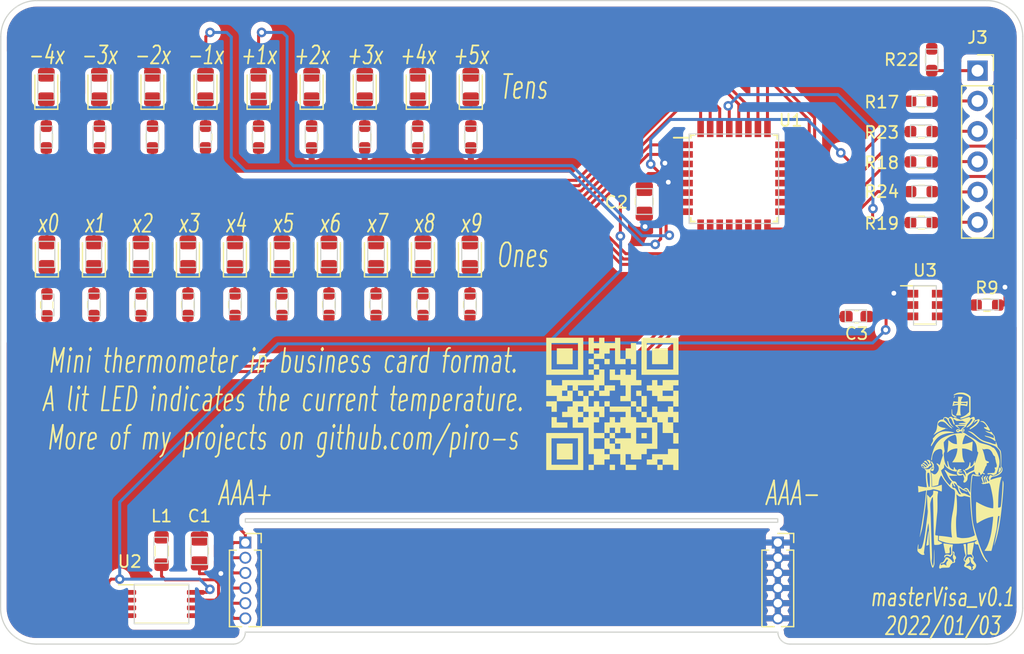
<source format=kicad_pcb>
(kicad_pcb (version 20211014) (generator pcbnew)
  (title_block (title "masterVisa") (date "2022-01-02") (rev "v0.1") (company "piro.tex"))
  (layers (0 "F.Cu" signal) (31 "B.Cu" signal) (34 "B.Paste" user) (35 "F.Paste" user) (36 "B.SilkS" user "B.Silkscreen") (37 "F.SilkS" user "F.Silkscreen") (38 "B.Mask" user) (39 "F.Mask" user) (44 "Edge.Cuts" user))
  (net 0 "")
  (net 1 "Net-(C1-Pad1)")
  (net 2 "GND")
  (net 3 "+3V3")
  (net 4 "Net-(D1-Pad1)")
  (net 5 "/temp_-40")
  (net 6 "Net-(D2-Pad1)")
  (net 7 "/temp_0")
  (net 8 "Net-(D3-Pad1)")
  (net 9 "/temp_1")
  (net 10 "Net-(D4-Pad1)")
  (net 11 "/temp_-30")
  (net 12 "Net-(D5-Pad1)")
  (net 13 "/temp_2")
  (net 14 "Net-(D6-Pad1)")
  (net 15 "/temp_-20")
  (net 16 "Net-(D7-Pad1)")
  (net 17 "/temp_3")
  (net 18 "Net-(D8-Pad1)")
  (net 19 "/temp_-10")
  (net 20 "Net-(D9-Pad1)")
  (net 21 "/temp_4")
  (net 22 "Net-(D10-Pad1)")
  (net 23 "/temp_10")
  (net 24 "Net-(D11-Pad1)")
  (net 25 "/temp_5")
  (net 26 "Net-(D12-Pad1)")
  (net 27 "/temp_20")
  (net 28 "Net-(D13-Pad1)")
  (net 29 "/temp_6")
  (net 30 "Net-(D14-Pad1)")
  (net 31 "/temp_30")
  (net 32 "Net-(D15-Pad1)")
  (net 33 "/temp_7")
  (net 34 "Net-(D16-Pad1)")
  (net 35 "/temp_40")
  (net 36 "Net-(D17-Pad1)")
  (net 37 "/temp_8")
  (net 38 "Net-(D18-Pad1)")
  (net 39 "/temp_50")
  (net 40 "Net-(D19-Pad1)")
  (net 41 "/temp_9")
  (net 42 "Net-(J3-Pad1)")
  (net 43 "Net-(J3-Pad2)")
  (net 44 "Net-(J3-Pad3)")
  (net 45 "Net-(J3-Pad4)")
  (net 46 "Net-(J3-Pad5)")
  (net 47 "Net-(J3-Pad6)")
  (net 48 "Net-(L1-Pad2)")
  (net 49 "Net-(R9-Pad1)")
  (net 50 "/MISO")
  (net 51 "/RESET")
  (net 52 "/SCK")
  (net 53 "/MOSI")
  (footprint "Resistor_SMD:R_0603_1608Metric_Pad0.98x0.95mm_HandSolder" (layer "F.Cu") (at 112.6718 105.4762 -90)
    (fp_text reference "R7" hide)
    (fp_text value "300")
  )
  (footprint "Resistor_SMD:R_0603_1608Metric_Pad0.98x0.95mm_HandSolder" (layer "F.Cu") (at 109.7 91.43 -90)
    (fp_text reference "R6" hide)
    (fp_text value "300")
  )
  (footprint "LED_SMD:LED_0805_2012Metric_Pad1.15x1.40mm_HandSolder" (layer "F.Cu") (at 118.59 87.239 90)
    (fp_text reference "D10" hide)
    (fp_text value "GREEN")
  )
  (footprint "LED_SMD:LED_0805_2012Metric_Pad1.15x1.40mm_HandSolder" (layer "F.Cu") (at 104.7978 101.2852 90)
    (fp_text reference "D3" hide)
    (fp_text value "YEL")
  )
  (footprint "Inductor_SMD:L_0805_2012Metric_Pad1.05x1.20mm_HandSolder" (layer "F.Cu") (at 110.462 126.101 -90)
    (fp_text reference "L1")
    (fp_text value "10uH")
  )
  (footprint "Resistor_SMD:R_0603_1608Metric_Pad0.98x0.95mm_HandSolder" (layer "F.Cu") (at 179.6008 105.5016)
    (fp_text reference "R9")
    (fp_text value "0R")
  )
  (footprint "Resistor_SMD:R_0603_1608Metric_Pad0.98x0.95mm_HandSolder" (layer "F.Cu") (at 120.5458 105.4762 -90)
    (fp_text reference "R12" hide)
    (fp_text value "300")
  )
  (footprint "Resistor_SMD:R_0603_1608Metric_Pad0.98x0.95mm_HandSolder" (layer "F.Cu") (at 136.2938 105.4762 -90)
    (fp_text reference "R26" hide)
    (fp_text value "300")
  )
  (footprint "LED_SMD:LED_0805_2012Metric_Pad1.15x1.40mm_HandSolder" (layer "F.Cu") (at 116.6088 101.2852 90)
    (fp_text reference "D9" hide)
    (fp_text value "YEL")
  )
  (footprint "Package_TO_SOT_SMD:SOT-23-6_Handsoldering" (layer "F.Cu") (at 174.4192 105.5016)
    (fp_text reference "U3")
    (fp_text value "ADT7301")
  )
  (footprint "LED_SMD:LED_0805_2012Metric_Pad1.15x1.40mm_HandSolder" (layer "F.Cu") (at 105.255 87.239 90)
    (fp_text reference "D4" hide)
    (fp_text value "BLUE")
  )
  (footprint "LOGO" (layer "F.Cu") (at 177.391 120.259)
    (fp_text reference "G***" hide)
    (fp_text value "LOGO" hide)
  )
  (footprint "Connector_PinSocket_1.27mm:PinSocket_1x06_P1.27mm_Vertical" (layer "F.Cu") (at 117.48 125.4)
    (fp_text reference "J1" hide)
    (fp_text value "AAA+")
  )
  (footprint "Resistor_SMD:R_0603_1608Metric_Pad0.98x0.95mm_HandSolder" (layer "F.Cu") (at 100.81 91.43 -90)
    (fp_text reference "R1" hide)
    (fp_text value "300")
  )
  (footprint "Resistor_SMD:R_0603_1608Metric_Pad0.98x0.95mm_HandSolder" (layer "F.Cu") (at 131.925 91.43 -90)
    (fp_text reference "R20" hide)
    (fp_text value "300")
  )
  (footprint "Capacitor_SMD:C_0603_1608Metric_Pad1.08x0.95mm_HandSolder" (layer "F.Cu") (at 168.6788 106.4668 180)
    (fp_text reference "C3")
    (fp_text value "100n")
  )
  (footprint "Resistor_SMD:R_0603_1608Metric_Pad0.98x0.95mm_HandSolder" (layer "F.Cu") (at 105.255 91.43 -90)
    (fp_text reference "R4" hide)
    (fp_text value "300")
  )
  (footprint "Resistor_SMD:R_0603_1608Metric_Pad0.98x0.95mm_HandSolder" (layer "F.Cu") (at 174.1144 93.5128)
    (fp_text reference "R18")
    (fp_text value "10R")
  )
  (footprint "LED_SMD:LED_0805_2012Metric_Pad1.15x1.40mm_HandSolder" (layer "F.Cu") (at 131.925 87.239 90)
    (fp_text reference "D16" hide)
    (fp_text value "RED")
  )
  (footprint "LED_SMD:LED_0805_2012Metric_Pad1.15x1.40mm_HandSolder" (layer "F.Cu") (at 108.7348 101.2852 90)
    (fp_text reference "D5" hide)
    (fp_text value "YEL")
  )
  (footprint "Resistor_SMD:R_0603_1608Metric_Pad0.98x0.95mm_HandSolder" (layer "F.Cu") (at 124.4828 105.4762 -90)
    (fp_text reference "R14" hide)
    (fp_text value "300")
  )
  (footprint "LED_SMD:LED_0805_2012Metric_Pad1.15x1.40mm_HandSolder" (layer "F.Cu") (at 100.8608 101.2852 90)
    (fp_text reference "D2" hide)
    (fp_text value "YEL")
  )
  (footprint "LED_SMD:LED_0805_2012Metric_Pad1.15x1.40mm_HandSolder" (layer "F.Cu") (at 127.48 87.239 90)
    (fp_text reference "D14" hide)
    (fp_text value "RED")
  )
  (footprint "LED_SMD:LED_0805_2012Metric_Pad1.15x1.40mm_HandSolder" (layer "F.Cu") (at 114.145 87.239 90)
    (fp_text reference "D8" hide)
    (fp_text value "BLUE")
  )
  (footprint "LED_SMD:LED_0805_2012Metric_Pad1.15x1.40mm_HandSolder" (layer "F.Cu") (at 136.37 87.239 90)
    (fp_text reference "D18" hide)
    (fp_text value "RED")
  )
  (footprint "Connector_PinSocket_1.27mm:PinSocket_1x06_P1.27mm_Vertical" (layer "F.Cu") (at 162.085 125.395)
    (fp_text reference "J2" hide)
    (fp_text value "AAA-")
  )
  (footprint "Capacitor_SMD:C_0805_2012Metric_Pad1.18x1.45mm_HandSolder" (layer "F.Cu") (at 113.637 126.101 -90)
    (fp_text reference "C1")
    (fp_text value "10uF")
  )
  (footprint "Package_SO:TSSOP-8_4.4x3mm_P0.65mm" (layer "F.Cu") (at 110.462 130.546)
    (fp_text reference "U2")
    (fp_text value "L6920")
  )
  (footprint "Resistor_SMD:R_0603_1608Metric_Pad0.98x0.95mm_HandSolder" (layer "F.Cu") (at 118.59 91.43 -90)
    (fp_text reference "R11" hide)
    (fp_text value "300")
  )
  (footprint "Resistor_SMD:R_0603_1608Metric_Pad0.98x0.95mm_HandSolder" (layer "F.Cu") (at 104.7978 105.4762 -90)
    (fp_text reference "R3" hide)
    (fp_text value "300")
  )
  (footprint "Resistor_SMD:R_0603_1608Metric_Pad0.98x0.95mm_HandSolder" (layer "F.Cu") (at 108.7348 105.4762 -90)
    (fp_text reference "R5" hide)
    (fp_text value "300")
  )
  (footprint "Resistor_SMD:R_0603_1608Metric_Pad0.98x0.95mm_HandSolder" (layer "F.Cu") (at 174.1144 90.9728)
    (fp_text reference "R23")
    (fp_text value "1R8")
  )
  (footprint "LED_SMD:LED_0805_2012Metric_Pad1.15x1.40mm_HandSolder" (layer "F.Cu") (at 124.4828 101.2852 90)
    (fp_text reference "D13" hide)
    (fp_text value "YEL")
  )
  (footprint "Resistor_SMD:R_0603_1608Metric_Pad0.98x0.95mm_HandSolder" (layer "F.Cu") (at 136.37 91.43 -90)
    (fp_text reference "R25" hide)
    (fp_text value "300")
  )
  (footprint "LED_SMD:LED_0805_2012Metric_Pad1.15x1.40mm_HandSolder" (layer "F.Cu") (at 112.6718 101.2852 90)
    (fp_text reference "D7" hide)
    (fp_text value "YEL")
  )
  (footprint "Connector_PinSocket_2.54mm:PinSocket_1x06_P2.54mm_Vertical" (layer "F.Cu") (at 178.813 85.867)
    (fp_text reference "J3")
    (fp_text value "USBAsp")
  )
  (footprint "Resistor_SMD:R_0603_1608Metric_Pad0.98x0.95mm_HandSolder" (layer "F.Cu") (at 100.8608 105.4997 -90)
    (fp_text reference "R2" hide)
    (fp_text value "300")
  )
  (footprint "Resistor_SMD:R_0603_1608Metric_Pad0.98x0.95mm_HandSolder" (layer "F.Cu") (at 174.1144 98.5928)
    (fp_text reference "R19")
    (fp_text value "10R")
  )
  (footprint "LED_SMD:LED_0805_2012Metric_Pad1.15x1.40mm_HandSolder" (layer "F.Cu") (at 120.5458 101.2852 90)
    (fp_text reference "D11" hide)
    (fp_text value "YEL")
  )
  (footprint "Resistor_SMD:R_0603_1608Metric_Pad0.98x0.95mm_HandSolder" (layer "F.Cu") (at 132.3568 105.4762 -90)
    (fp_text reference "R21" hide)
    (fp_text value "300")
  )
  (footprint "Resistor_SMD:R_0603_1608Metric_Pad0.98x0.95mm_HandSolder" (layer "F.Cu") (at 116.6088 105.4762 -90)
    (fp_text reference "R10" hide)
    (fp_text value "300")
  )
  (footprint "LED_SMD:LED_0805_2012Metric_Pad1.15x1.40mm_HandSolder" (layer "F.Cu") (at 136.2938 101.2852 90)
    (fp_text reference "D19" hide)
    (fp_text value "YEL")
  )
  (footprint "Resistor_SMD:R_0603_1608Metric_Pad0.98x0.95mm_HandSolder" (layer "F.Cu") (at 174.1144 96.002)
    (fp_text reference "R24")
    (fp_text value "10R")
  )
  (footprint "Resistor_SMD:R_0603_1608Metric_Pad0.98x0.95mm_HandSolder" (layer "F.Cu") (at 174.978 84.953 -90)
    (fp_text reference "R22")
    (fp_text value "1R8")
  )
  (footprint "LED_SMD:LED_0805_2012Metric_Pad1.15x1.40mm_HandSolder" (layer "F.Cu") (at 128.4198 101.2852 90)
    (fp_text reference "D15" hide)
    (fp_text value "YEL")
  )
  (footprint "Resistor_SMD:R_0603_1608Metric_Pad0.98x0.95mm_HandSolder" (layer "F.Cu") (at 123.035 91.43 -90)
    (fp_text reference "R13" hide)
    (fp_text value "300")
  )
  (footprint "LED_SMD:LED_0805_2012Metric_Pad1.15x1.40mm_HandSolder" (layer "F.Cu") (at 100.81 87.239 90)
    (fp_text reference "D1" hide)
    (fp_text value "BLUE")
  )
  (footprint "LED_SMD:LED_0805_2012Metric_Pad1.15x1.40mm_HandSolder" (layer "F.Cu") (at 109.7 87.239 90)
    (fp_text reference "D6" hide)
    (fp_text value "BLUE")
  )
  (footprint "LED_SMD:LED_0805_2012Metric_Pad1.15x1.40mm_HandSolder" (layer "F.Cu") (at 123.035 87.239 90)
    (fp_text reference "D12" hide)
    (fp_text value "GREEN")
  )
  (footprint "Resistor_SMD:R_0603_1608Metric_Pad0.98x0.95mm_HandSolder" (layer "F.Cu") (at 114.145 91.43 -90)
    (fp_text reference "R8" hide)
    (fp_text value "300")
  )
  (footprint "LOGO" (layer "F.Cu") (at 148.181 113.782)
    (fp_text reference "G***" hide)
    (fp_text value "LOGO" hide)
  )
  (footprint "LED_SMD:LED_0805_2012Metric_Pad1.15x1.40mm_HandSolder" (layer "F.Cu") (at 132.3568 101.2852 90)
    (fp_text reference "D17" hide)
    (fp_text value "YEL")
  )
  (footprint "Resistor_SMD:R_0603_1608Metric_Pad0.98x0.95mm_HandSolder" (layer "F.Cu") (at 174.1144 88.4328)
    (fp_text reference "R17")
    (fp_text value "10R")
  )
  (footprint "Resistor_SMD:R_0603_1608Metric_Pad0.98x0.95mm_HandSolder" (layer "F.Cu") (at 127.48 91.43 -90)
    (fp_text reference "R15" hide)
    (fp_text value "300")
  )
  (footprint "Resistor_SMD:R_0603_1608Metric_Pad0.98x0.95mm_HandSolder" (layer "F.Cu") (at 128.4198 105.4762 -90)
    (fp_text reference "R16" hide)
    (fp_text value "300")
  )
  (footprint "Capacitor_SMD:C_0805_2012Metric_Pad1.18x1.45mm_HandSolder" (layer "F.Cu") (at 150.8988 96.8148 -90)
    (fp_text reference "C2")
    (fp_text value "10uF")
  )
  (footprint "Package_QFP:TQFP-32_7x7mm_P0.8mm" (layer "F.Cu") (at 158.4172 94.8844)
    (fp_text reference "U1")
    (fp_text value "ATmega48-20A")
  )
  (gr_rect (start 122.5016 90.5156) (end 123.5176 92.3444) (layer "Edge.Cuts") (width 0.1) (fill none))
  (gr_rect (start 131.2392 86.1468) (end 132.6108 88.3312) (layer "Edge.Cuts") (width 0.1) (fill none))
  (gr_rect (start 100.0988 86.1468) (end 101.4704 88.3312) (layer "Edge.Cuts") (width 0.1) (fill none))
  (gr_rect (start 173.2 90.414) (end 174.978 91.43) (layer "Edge.Cuts") (width 0.1) (fill none))
  (gr_rect (start 120.0632 104.511) (end 121.0792 106.289) (layer "Edge.Cuts") (width 0.1) (fill none))
  (gr_line (start 99.98 133.9) (end 116.48 133.9) (layer "Edge.Cuts") (width 0.1))
  (gr_line (start 96.98 130.9) (end 97 83) (layer "Edge.Cuts") (width 0.1))
  (gr_arc (start 163.09 133.9) (mid 162.382893 133.607107) (end 162.09 132.9) (layer "Edge.Cuts") (width 0.1))
  (gr_rect (start 118.082 90.5156) (end 119.098 92.3444) (layer "Edge.Cuts") (width 0.1) (fill none))
  (gr_rect (start 173.2 98.161) (end 174.978 99.05) (layer "Edge.Cuts") (width 0.1) (fill none))
  (gr_rect (start 109.827 124.958) (end 110.97 127.117) (layer "Edge.Cuts") (width 0.1) (fill none))
  (gr_line (start 117.48 132.9) (end 162.09 132.9) (layer "Edge.Cuts") (width 0.1))
  (gr_rect (start 122.3492 86.1468) (end 123.7208 88.3312) (layer "Edge.Cuts") (width 0.1) (fill none))
  (gr_rect (start 119.86 100.193) (end 121.257 102.352) (layer "Edge.Cuts") (width 0.1) (fill none))
  (gr_rect (start 112.748 132.197) (end 108.176 128.895) (layer "Edge.Cuts") (width 0.1) (fill none))
  (gr_rect (start 167.739 105.908) (end 169.517 106.924) (layer "Edge.Cuts") (width 0.1) (fill none))
  (gr_rect (start 173.327 88.001) (end 174.978 88.89) (layer "Edge.Cuts") (width 0.1) (fill none))
  (gr_rect (start 104.112 100.1676) (end 105.4328 102.352) (layer "Edge.Cuts") (width 0.1) (fill none))
  (gr_rect (start 104.3152 104.511) (end 105.3312 106.416) (layer "Edge.Cuts") (width 0.1) (fill none))
  (gr_rect (start 117.48 123.4) (end 162.08 123.7) (layer "Edge.Cuts") (width 0.1) (fill none))
  (gr_rect (start 108.2522 104.511) (end 109.2682 106.416) (layer "Edge.Cuts") (width 0.1) (fill none))
  (gr_rect (start 112.9385 124.958) (end 114.3355 127.244) (layer "Edge.Cuts") (width 0.1) (fill none))
  (gr_rect (start 100.302 90.5156) (end 101.318 92.3444) (layer "Edge.Cuts") (width 0.1) (fill none))
  (gr_rect (start 131.8742 104.511) (end 132.8902 106.289) (layer "Edge.Cuts") (width 0.1) (fill none))
  (gr_rect (start 123.797 100.193) (end 125.194 102.352) (layer "Edge.Cuts") (width 0.1) (fill none))
  (gr_line (start 163.09 133.9) (end 179.59 133.9) (layer "Edge.Cuts") (width 0.1))
  (gr_rect (start 135.862 90.5156) (end 136.878 92.3444) (layer "Edge.Cuts") (width 0.1) (fill none))
  (gr_rect (start 135.608 100.193) (end 137.005 102.352) (layer "Edge.Cuts") (width 0.1) (fill none))
  (gr_rect (start 162.151 98.669) (end 154.658 91.176) (layer "Edge.Cuts") (width 0.1) (fill none))
  (gr_rect (start 108.049 100.193) (end 109.446 102.352) (layer "Edge.Cuts") (width 0.1) (fill none))
  (gr_line (start 100 80) (end 179.6 80) (layer "Edge.Cuts") (width 0.1))
  (gr_rect (start 104.5692 86.1468) (end 105.9408 88.3312) (layer "Edge.Cuts") (width 0.1) (fill none))
  (gr_arc (start 117.48 132.9) (mid 117.187107 133.607107) (end 116.48 133.9) (layer "Edge.Cuts") (width 0.1))
  (gr_rect (start 173.327 95.494) (end 174.978 96.51) (layer "Edge.Cuts") (width 0.1) (fill none))
  (gr_rect (start 178.788 105.019) (end 180.566 105.908) (layer "Edge.Cuts") (width 0.1) (fill none))
  (gr_rect (start 109.0396 86.1468) (end 110.3604 88.3312) (layer "Edge.Cuts") (width 0.1) (fill none))
  (gr_rect (start 131.3916 90.5156) (end 132.4076 92.3444) (layer "Edge.Cuts") (width 0.1) (fill none))
  (gr_arc (start 97 83) (mid 97.87868 80.87868) (end 100 80) (layer "Edge.Cuts") (width 0.1))
  (gr_rect (start 127.9372 104.511) (end 128.9532 106.289) (layer "Edge.Cuts") (width 0.1) (fill none))
  (gr_rect (start 100.429 104.5872) (end 101.445 106.416) (layer "Edge.Cuts") (width 0.1) (fill none))
  (gr_rect (start 116.1262 104.511) (end 117.1422 106.289) (layer "Edge.Cuts") (width 0.1) (fill none))
  (gr_rect (start 100.1496 100.1676) (end 101.5212 102.352) (layer "Edge.Cuts") (width 0.1) (fill none))
  (gr_rect (start 173.2 92.954) (end 174.978 93.97) (layer "Edge.Cuts") (width 0.1) (fill none))
  (gr_rect (start 111.986 100.193) (end 113.383 102.352) (layer "Edge.Cuts") (width 0.1) (fill none))
  (gr_rect (start 124.0002 104.511) (end 125.0162 106.289) (layer "Edge.Cuts") (width 0.1) (fill none))
  (gr_rect (start 126.7688 86.1468) (end 128.1912 88.3312) (layer "Edge.Cuts") (width 0.1) (fill none))
  (gr_rect (start 104.7216 90.5156) (end 105.7884 92.3444) (layer "Edge.Cuts") (width 0.1) (fill none))
  (gr_arc (start 179.6 80) (mid 181.72132 80.87868) (end 182.6 83) (layer "Edge.Cuts") (width 0.1))
  (gr_rect (start 127.734 100.193) (end 129.131 102.352) (layer "Edge.Cuts") (width 0.1) (fill none))
  (gr_rect (start 126.972 90.5156) (end 127.988 92.2936) (layer "Edge.Cuts") (width 0.1) (fill none))
  (gr_rect (start 115.923 100.193) (end 117.32 102.352) (layer "Edge.Cuts") (width 0.1) (fill none))
  (gr_arc (start 182.59 130.9) (mid 181.71132 133.02132) (end 179.59 133.9) (layer "Edge.Cuts") (width 0.1))
  (gr_rect (start 112.1892 104.511) (end 113.2052 106.416) (layer "Edge.Cuts") (width 0.1) (fill none))
  (gr_rect (start 135.8112 104.511) (end 136.8272 106.289) (layer "Edge.Cuts") (width 0.1) (fill none))
  (gr_rect (start 117.8788 86.1468) (end 119.2504 88.2804) (layer "Edge.Cuts") (width 0.1) (fill none))
  (gr_rect (start 109.192 90.5156) (end 110.208 92.3444) (layer "Edge.Cuts") (width 0.1) (fill none))
  (gr_rect (start 174.47 84.064) (end 175.486 85.842) (layer "Edge.Cuts") (width 0.1) (fill none))
  (gr_rect (start 150.213 95.748) (end 151.61 97.907) (layer "Edge.Cuts") (width 0.1) (fill none))
  (gr_rect (start 131.671 100.193) (end 133.068 102.352) (layer "Edge.Cuts") (width 0.1) (fill none))
  (gr_arc (start 99.98 133.9) (mid 97.85868 133.02132) (end 96.98 130.9) (layer "Edge.Cuts") (width 0.1))
  (gr_rect (start 175.359 107.178) (end 173.454 103.876) (layer "Edge.Cuts") (width 0.1) (fill none))
  (gr_line (start 182.6 83) (end 182.59 130.9) (layer "Edge.Cuts") (width 0.1))
  (gr_rect (start 113.4084 86.1468) (end 114.8308 88.3312) (layer "Edge.Cuts") (width 0.1) (fill none))
  (gr_rect (start 113.6116 90.5156) (end 114.6276 92.2936) (layer "Edge.Cuts") (width 0.1) (fill none))
  (gr_rect (start 135.6588 86.1468) (end 137.0812 88.3312) (layer "Edge.Cuts") (width 0.1) (fill none))
  (gr_text "Tens" (at 140.815 87.239) (layer "F.SilkS") (effects (font (size 2 1.2) (thickness 0.15) italic)))
  (gr_text "x8" (at 132.433 98.669) (layer "F.SilkS") (effects (font (size 1.5 1) (thickness 0.15) italic)))
  (gr_text "x0" (at 100.937 98.669) (layer "F.SilkS") (effects (font (size 1.5 1) (thickness 0.15) italic)))
  (gr_text "-2x" (at 109.7 84.572) (layer "F.SilkS") (effects (font (size 1.5 1) (thickness 0.15) italic)))
  (gr_text "-3x" (at 105.255 84.572) (layer "F.SilkS") (effects (font (size 1.5 1) (thickness 0.15) italic)))
  (gr_text "AAA+" (at 117.447 121.275) (layer "F.SilkS") (effects (font (size 2 1.2) (thickness 0.15) italic)))
  (gr_text "x7" (at 128.496 98.669) (layer "F.SilkS") (effects (font (size 1.5 1) (thickness 0.15) italic)))
  (gr_text "AAA-" (at 163.294 121.275) (layer "F.SilkS") (effects (font (size 2 1.2) (thickness 0.15) italic)))
  (gr_text "+1x" (at 118.59 84.572) (layer "F.SilkS") (effects (font (size 1.5 1) (thickness 0.15) italic)))
  (gr_text "x6" (at 124.559 98.669) (layer "F.SilkS") (effects (font (size 1.5 1) (thickness 0.15) italic)))
  (gr_text "+2x" (at 123.035 84.572) (layer "F.SilkS") (effects (font (size 1.5 1) (thickness 0.15) italic)))
  (gr_text "-1x" (at 114.145 84.572) (layer "F.SilkS") (effects (font (size 1.5 1) (thickness 0.15) italic)))
  (gr_text "x4" (at 116.685 98.669) (layer "F.SilkS") (effects (font (size 1.5 1) (thickness 0.15) italic)))
  (gr_text "+3x" (at 127.48 84.572) (layer "F.SilkS") (effects (font (size 1.5 1) (thickness 0.15) italic)))
  (gr_text "x9" (at 136.37 98.669) (layer "F.SilkS") (effects (font (size 1.5 1) (thickness 0.15) italic)))
  (gr_text "x2" (at 108.811 98.669) (layer "F.SilkS") (effects (font (size 1.5 1) (thickness 0.15) italic)))
  (gr_text "masterVisa_v0.1\n2022/01/03" (at 175.867 131.181) (layer "F.SilkS") (effects (font (size 1.5 1) (thickness 0.15) italic)))
  (gr_text "+4x" (at 131.925 84.572) (layer "F.SilkS") (effects (font (size 1.5 1) (thickness 0.15) italic)))
  (gr_text "x3" (at 112.748 98.669) (layer "F.SilkS") (effects (font (size 1.5 1) (thickness 0.15) italic)))
  (gr_text "x1" (at 104.874 98.669) (layer "F.SilkS") (effects (font (size 1.5 1) (thickness 0.15) italic)))
  (gr_text "Ones" (at 140.688 101.336) (layer "F.SilkS") (effects (font (size 2 1.2) (thickness 0.15) italic)))
  (gr_text "+5x" (at 136.37 84.572) (layer "F.SilkS") (effects (font (size 1.5 1) (thickness 0.15) italic)))
  (gr_text "-4x" (at 100.81 84.572) (layer "F.SilkS") (effects (font (size 1.5 1) (thickness 0.15) italic)))
  (gr_text "Mini thermometer in business card format.\nA lit LED indicates the current temperature.\nMore of my projects on github.com/piro-s" (at 120.622 113.401) (layer "F.SilkS") (effects (font (size 2 1.2) (thickness 0.15) italic)))
  (gr_text "x5" (at 120.622 98.669) (layer "F.SilkS") (effects (font (size 1.5 1) (thickness 0.15) italic)))
  (segment (start 110.97 123.5864) (end 110.462 124.0944) (width 0.25) (layer "F.Cu") (net 1))
  (segment (start 113.8656 123.5864) (end 113.8656 124.8349) (width 0.25) (layer "F.Cu") (net 1))
  (segment (start 116.37 126.67) (end 116.3548 126.6852) (width 0.25) (layer "F.Cu") (net 1))
  (segment (start 116.3548 130.546) (end 116.3548 131.562) (width 0.25) (layer "F.Cu") (net 1))
  (segment (start 116.3548 123.5864) (end 113.8656 123.5864) (width 0.25) (layer "F.Cu") (net 1))
  (segment (start 116.492 127.94) (end 116.3548 127.8028) (width 0.25) (layer "F.Cu") (net 1))
  (segment (start 113.8656 124.8349) (end 113.637 125.0635) (width 0.25) (layer "F.Cu") (net 1))
  (segment (start 117.48 125.4) (end 117.48 124.7116) (width 0.25) (layer "F.Cu") (net 1))
  (segment (start 116.37 129.21) (end 116.3548 129.2252) (width 0.25) (layer "F.Cu") (net 1))
  (segment (start 117.48 125.4) (end 116.5224 125.4) (width 0.25) (layer "F.Cu") (net 1))
  (segment (start 117.48 129.21) (end 116.37 129.21) (width 0.25) (layer "F.Cu") (net 1))
  (segment (start 116.3548 125.5676) (end 116.3548 126.6852) (width 0.25) (layer "F.Cu") (net 1))
  (segment (start 117.48 126.67) (end 116.37 126.67) (width 0.25) (layer "F.Cu") (net 1))
  (segment (start 116.5224 125.4) (end 116.3548 125.5676) (width 0.25) (layer "F.Cu") (net 1))
  (segment (start 117.48 124.7116) (end 116.3548 123.5864) (width 0.25) (layer "F.Cu") (net 1))
  (segment (start 116.4208 130.48) (end 116.3548 130.546) (width 0.25) (layer "F.Cu") (net 1))
  (segment (start 117.48 127.94) (end 116.492 127.94) (width 0.25) (layer "F.Cu") (net 1))
  (segment (start 116.3548 129.2252) (end 116.3548 130.546) (width 0.25) (layer "F.Cu") (net 1))
  (segment (start 113.8656 123.5864) (end 110.97 123.5864) (width 0.25) (layer "F.Cu") (net 1))
  (segment (start 110.462 124.0944) (end 110.462 124.951) (width 0.25) (layer "F.Cu") (net 1))
  (segment (start 116.3548 126.6852) (end 116.3548 127.8028) (width 0.25) (layer "F.Cu") (net 1))
  (segment (start 116.3548 127.8028) (end 116.3548 129.2252) (width 0.25) (layer "F.Cu") (net 1))
  (segment (start 116.5428 131.75) (end 117.48 131.75) (width 0.25) (layer "F.Cu") (net 1))
  (segment (start 117.48 130.48) (end 116.4208 130.48) (width 0.25) (layer "F.Cu") (net 1))
  (segment (start 116.3548 131.562) (end 116.5428 131.75) (width 0.25) (layer "F.Cu") (net 1))
  (segment (start 152.983798 95.2844) (end 152.909699 95.210301) (width 0.25) (layer "F.Cu") (net 2))
  (segment (start 108.7348 107.2542) (end 108.684 107.305) (width 0.25) (layer "F.Cu") (net 2))
  (segment (start 132.306 107.432) (end 132.3568 107.3812) (width 0.25) (layer "F.Cu") (net 2))
  (segment (start 171.8436 104.5516) (end 171.803 104.511) (width 0.25) (layer "F.Cu") (net 2))
  (segment (start 162.6672 94.4844) (end 164.1766 94.4844) (width 0.25) (layer "F.Cu") (net 2))
  (segment (start 104.7978 106.9748) (end 104.874 107.051) (width 0.25) (layer "F.Cu") (net 2))
  (segment (start 136.2938 106.3887) (end 136.2938 107.3812) (width 0.25) (layer "F.Cu") (net 2))
  (segment (start 114.851 130.871) (end 114.907 130.927) (width 0.25) (layer "F.Cu") (net 2))
  (segment (start 127.48 92.3425) (end 127.48 92.954) (width 0.25) (layer "F.Cu") (net 2))
  (segment (start 181.1115 105.3625) (end 181.1115 104.003) (width 0.25) (layer "F.Cu") (net 2))
  (segment (start 114.145 92.3425) (end 114.145 93.081) (width 0.25) (layer "F.Cu") (net 2))
  (segment (start 150.8988 97.8523) (end 150.8988 98.862884) (width 0.25) (layer "F.Cu") (net 2))
  (segment (start 109.7 92.3425) (end 109.7 92.954) (width 0.25) (layer "F.Cu") (net 2))
  (segment (start 154.1672 95.2844) (end 152.983798 95.2844) (width 0.25) (layer "F.Cu") (net 2))
  (segment (start 100.81 92.3425) (end 100.81 92.954) (width 0.25) (layer "F.Cu") (net 2))
  (segment (start 128.4198 107.3812) (end 128.369 107.432) (width 0.25) (layer "F.Cu") (net 2))
  (segment (start 124.4828 107.2288) (end 124.559 107.305) (width 0.25) (layer "F.Cu") (net 2))
  (segment (start 116.6088 106.3887) (end 116.6088 107.1018) (width 0.25) (layer "F.Cu") (net 2))
  (segment (start 136.37 92.3425) (end 136.37 93.208) (width 0.25) (layer "F.Cu") (net 2))
  (segment (start 115.414136 128.006) (end 115.431399 127.988737) (width 0.25) (layer "F.Cu") (net 2))
  (segment (start 104.7978 106.3887) (end 104.7978 106.9748) (width 0.25) (layer "F.Cu") (net 2))
  (segment (start 136.2938 107.3812) (end 136.243 107.432) (width 0.25) (layer "F.Cu") (net 2))
  (segment (start 173.0692 104.5516) (end 171.8436 104.5516) (width 0.25) (layer "F.Cu") (net 2))
  (segment (start 108.7348 106.3887) (end 108.7348 107.2542) (width 0.25) (layer "F.Cu") (net 2))
  (segment (start 167.8163 106.4668) (end 166.9262 106.4668) (width 0.25) (layer "F.Cu") (net 2))
  (segment (start 180.5133 105.5016) (end 180.9216 105.5016) (width 0.25) (layer "F.Cu") (net 2))
  (segment (start 152.696 93.6844) (end 152.626 93.6144) (width 0.25) (layer "F.Cu") (net 2))
  (segment (start 180.9216 105.5016) (end 180.947 105.527) (width 0.25) (layer "F.Cu") (net 2))
  (segment (start 164.183 94.478) (end 164.1766 94.4844) (width 0.25) (layer "F.Cu") (net 2))
  (segment (start 154.1672 93.6844) (end 152.696 93.6844) (width 0.25) (layer "F.Cu") (net 2))
  (segment (start 131.925 92.3425) (end 131.925 93.208) (width 0.25) (layer "F.Cu") (net 2))
  (segment (start 124.4828 106.3887) (end 124.4828 107.2288) (width 0.25) (layer "F.Cu") (net 2))
  (segment (start 180.947 105.527) (end 181.1115 105.3625) (width 0.25) (layer "F.Cu") (net 2))
  (segment (start 105.255 92.3425) (end 105.255 93.081) (width 0.25) (layer "F.Cu") (net 2))
  (segment (start 113.637 128.006) (end 115.414136 128.006) (width 0.25) (layer "F.Cu") (net 2))
  (segment (start 128.4198 106.3887) (end 128.4198 107.3812) (width 0.25) (layer "F.Cu") (net 2))
  (segment (start 100.8608 107.1272) (end 100.81 107.178) (width 0.25) (layer "F.Cu") (net 2))
  (segment (start 123.035 92.3425) (end 123.035 93.081) (width 0.25) (layer "F.Cu") (net 2))
  (segment (start 113.3245 130.871) (end 114.851 130.871) (width 0.25) (layer "F.Cu") (net 2))
  (segment (start 120.5458 107.1018) (end 120.622 107.178) (width 0.25) (layer "F.Cu") (net 2))
  (segment (start 116.6088 107.1018) (end 116.685 107.178) (width 0.25) (layer "F.Cu") (net 2))
  (segment (start 132.3568 106.3887) (end 132.3568 107.3812) (width 0.25) (layer "F.Cu") (net 2))
  (segment (start 118.59 92.3425) (end 118.59 92.954) (width 0.25) (layer "F.Cu") (net 2))
  (segment (start 166.9262 106.4668) (end 166.85 106.543) (width 0.25) (layer "F.Cu") (net 2))
  (segment (start 112.6718 107.1018) (end 112.748 107.178) (width 0.25) (layer "F.Cu") (net 2))
  (segment (start 150.8988 98.862884) (end 150.966958 98.931042) (width 0.25) (layer "F.Cu") (net 2))
  (segment (start 100.8608 106.4122) (end 100.8608 107.1272) (width 0.25) (layer "F.Cu") (net 2))
  (segment (start 112.6718 106.3887) (end 112.6718 107.1018) (width 0.25) (layer "F.Cu") (net 2))
  (segment (start 113.637 127.1385) (end 113.637 128.006) (width 0.25) (layer "F.Cu") (net 2))
  (segment (start 120.5458 106.3887) (end 120.5458 107.1018) (width 0.25) (layer "F.Cu") (net 2))
  (via (at 152.626 93.6144) (size 0.8) (drill 0.4) (layers "F.Cu" "B.Cu") (net 2))
  (via (at 171.803 104.511) (size 0.8) (drill 0.4) (layers "F.Cu" "B.Cu") (net 2))
  (via (at 150.966958 98.931042) (size 0.8) (drill 0.4) (layers "F.Cu" "B.Cu") (net 2))
  (via (at 152.909699 95.210301) (size 0.8) (drill 0.4) (layers "F.Cu" "B.Cu") (net 2))
  (via (at 115.431399 127.988737) (size 0.8) (drill 0.4) (layers "F.Cu" "B.Cu") (net 2))
  (via (at 181.1115 104.003) (size 0.8) (drill 0.4) (layers "F.Cu" "B.Cu") (net 2))
  (segment (start 106.0424 129.3776) (end 106.0424 128.6664) (width 0.25) (layer "F.Cu") (net 3))
  (segment (start 168.2216 93.6144) (end 168.3232 93.6144) (width 0.25) (layer "F.Cu") (net 3))
  (segment (start 106.0424 128.6664) (end 106.2456 128.4632) (width 0.25) (layer "F.Cu") (net 3))
  (segment (start 171.168 89.0932) (end 171.8284 88.4328) (width 0.25) (layer "F.Cu") (net 3))
  (segment (start 148.896499 95.921501) (end 150.086 94.732) (width 0.25) (layer "F.Cu") (net 3))
  (segment (start 151.436499 93.694899) (end 152.226 94.4844) (width 0.25) (layer "F.Cu") (net 3))
  (segment (start 171.1528 107.5488) (end 171.1528 106.4516) (width 0.25) (layer "F.Cu") (net 3))
  (segment (start 114.257889 129.571) (end 114.5127 129.316189) (width 0.25) (layer "F.Cu") (net 3))
  (segment (start 171.8284 88.4328) (end 173.2019 88.4328) (width 0.25) (layer "F.Cu") (net 3))
  (segment (start 152.226 94.4844) (end 154.1672 94.4844) (width 0.25) (layer "F.Cu") (net 3))
  (segment (start 162.6672 96.8844) (end 165.0532 96.8844) (width 0.25) (layer "F.Cu") (net 3))
  (segment (start 148.896499 99.731501) (end 148.896499 95.921501) (width 0.25) (layer "F.Cu") (net 3))
  (segment (start 151.248 94.4844) (end 152.226 94.4844) (width 0.25) (layer "F.Cu") (net 3))
  (segment (start 113.3245 129.571) (end 114.257889 129.571) (width 0.25) (layer "F.Cu") (net 3))
  (segment (start 171.168 90.7696) (end 171.168 89.0932) (width 0.25) (layer "F.Cu") (net 3))
  (segment (start 150.8988 95.7773) (end 150.8988 94.8336) (width 0.25) (layer "F.Cu") (net 3))
  (segment (start 150.8988 94.8336) (end 151.248 94.4844) (width 0.25) (layer "F.Cu") (net 3))
  (segment (start 169.5565 106.4516) (end 171.1528 106.4516) (width 0.25) (layer "F.Cu") (net 3))
  (segment (start 168.3232 93.6144) (end 171.168 90.7696) (width 0.25) (layer "F.Cu") (net 3))
  (segment (start 106.2456 128.4632) (end 106.9568 128.4632) (width 0.25) (layer "F.Cu") (net 3))
  (segment (start 169.5413 106.4668) (end 169.5565 106.4516) (width 0.25) (layer "F.Cu") (net 3))
  (segment (start 150.086 94.732) (end 150.7972 94.732) (width 0.25) (layer "F.Cu") (net 3))
  (segment (start 171.1528 106.4516) (end 173.0692 106.4516) (width 0.25) (layer "F.Cu") (net 3))
  (segment (start 154.1672 96.0844) (end 152.7592 96.0844) (width 0.25) (layer "F.Cu") (net 3))
  (segment (start 152.7592 96.0844) (end 152.118 95.4432) (width 0.25) (layer "F.Cu") (net 3))
  (segment (start 106.2358 129.571) (end 106.0424 129.3776) (width 0.25) (layer "F.Cu") (net 3))
  (segment (start 150.7972 94.732) (end 150.8988 94.8336) (width 0.25) (layer "F.Cu") (net 3))
  (segment (start 167.358 92.7508) (end 168.2216 93.6144) (width 0.25) (layer "F.Cu") (net 3))
  (segment (start 152.118 95.4432) (end 152.118 94.5924) (width 0.25) (layer "F.Cu") (net 3))
  (segment (start 152.118 94.5924) (end 152.226 94.4844) (width 0.25) (layer "F.Cu") (net 3))
  (segment (start 171.1172 107.5844) (end 171.1528 107.5488) (width 0.25) (layer "F.Cu") (net 3))
  (segment (start 165.0532 96.8844) (end 168.3232 93.6144) (width 0.25) (layer "F.Cu") (net 3))
  (segment (start 107.5995 129.571) (end 106.2358 129.571) (width 0.25) (layer "F.Cu") (net 3))
  (via (at 114.5127 129.316189) (size 0.8) (drill 0.4) (layers "F.Cu" "B.Cu") (net 3))
  (via (at 171.1172 107.5844) (size 0.8) (drill 0.4) (layers "F.Cu" "B.Cu") (net 3))
  (via (at 151.436499 93.694899) (size 0.8) (drill 0.4) (layers "F.Cu" "B.Cu") (net 3))
  (via (at 148.896499 99.731501) (size 0.8) (drill 0.4) (layers "F.Cu" "B.Cu") (net 3))
  (via (at 106.9568 128.4632) (size 0.8) (drill 0.4) (layers "F.Cu" "B.Cu") (net 3))
  (via (at 167.358 92.7508) (size 0.8) (drill 0.4) (layers "F.Cu" "B.Cu") (net 3))
  (segment (start 148.896499 99.731501) (end 148.9176 99.752602) (width 0.25) (layer "B.Cu") (net 3))
  (segment (start 107.16 121.8084) (end 120.2156 108.7528) (width 0.25) (layer "B.Cu") (net 3))
  (segment (start 148.9176 102.606) (end 142.847 108.6766) (width 0.25) (layer "B.Cu") (net 3))
  (segment (start 106.9568 128.4632) (end 106.9568 122.0116) (width 0.25) (layer "B.Cu") (net 3))
  (segment (start 151.436499 93.694899) (end 151.436499 91.603501) (width 0.25) (layer "B.Cu") (net 3))
  (segment (start 153.0832 89.9568) (end 164.564 89.9568) (width 0.25) (layer "B.Cu") (net 3))
  (segment (start 120.2156 108.7528) (end 142.7708 108.7528) (width 0.25) (layer "B.Cu") (net 3))
  (segment (start 170.025 108.6766) (end 171.1172 107.5844) (width 0.25) (layer "B.Cu") (net 3))
  (segment (start 151.436499 91.603501) (end 153.0832 89.9568) (width 0.25) (layer "B.Cu") (net 3))
  (segment (start 142.847 108.6766) (end 170.025 108.6766) (width 0.25) (layer "B.Cu") (net 3))
  (segment (start 113.659711 128.4632) (end 106.9568 128.4632) (width 0.25) (layer "B.Cu") (net 3))
  (segment (start 164.564 89.9568) (end 167.358 92.7508) (width 0.25) (layer "B.Cu") (net 3))
  (segment (start 106.9568 122.0116) (end 107.16 121.8084) (width 0.25) (layer "B.Cu") (net 3))
  (segment (start 142.7708 108.7528) (end 142.847 108.6766) (width 0.25) (layer "B.Cu") (net 3))
  (segment (start 148.9176 99.752602) (end 148.9176 102.606) (width 0.25) (layer "B.Cu") (net 3))
  (segment (start 114.5127 129.316189) (end 113.659711 128.4632) (width 0.25) (layer "B.Cu") (net 3))
  (segment (start 100.81 88.264) (end 100.81 90.5175) (width 0.25) (layer "F.Cu") (net 4))
  (segment (start 98.6764 107.3812) (end 101.4704 110.1752) (width 0.25) (layer "F.Cu") (net 5))
  (segment (start 100.6068 84.8768) (end 99.3368 84.8768) (width 0.25) (layer "F.Cu") (net 5))
  (segment (start 100.81 86.214) (end 100.81 85.08) (width 0.25) (layer "F.Cu") (net 5))
  (segment (start 101.4704 110.1752) (end 149.6288 110.1752) (width 0.25) (layer "F.Cu") (net 5))
  (segment (start 149.6288 110.1752) (end 158.0172 101.7868) (width 0.25) (layer "F.Cu") (net 5))
  (segment (start 158.0172 101.7868) (end 158.0172 99.1344) (width 0.25) (layer "F.Cu") (net 5))
  (segment (start 98.6764 85.5372) (end 98.6764 107.3812) (width 0.25) (layer "F.Cu") (net 5))
  (segment (start 100.81 85.08) (end 100.6068 84.8768) (width 0.25) (layer "F.Cu") (net 5))
  (segment (start 99.3368 84.8768) (end 98.6764 85.5372) (width 0.25) (layer "F.Cu") (net 5))
  (segment (start 100.8608 104.5872) (end 100.8608 102.3102) (width 0.25) (layer "F.Cu") (net 6))
  (segment (start 103.73808 95.05512) (end 145.237372 95.05512) (width 0.25) (layer "F.Cu") (net 7))
  (segment (start 145.237372 95.05512) (end 153.266734 87.02576) (width 0.25) (layer "F.Cu") (net 7))
  (segment (start 159.6172 88.844682) (end 159.6172 90.6344) (width 0.25) (layer "F.Cu") (net 7))
  (segment (start 100.8608 97.9324) (end 103.73808 95.05512) (width 0.25) (layer "F.Cu") (net 7))
  (segment (start 157.798278 87.02576) (end 159.6172 88.844682) (width 0.25) (layer "F.Cu") (net 7))
  (segment (start 100.8608 100.2602) (end 100.8608 97.9324) (width 0.25) (layer "F.Cu") (net 7))
  (segment (start 153.266734 87.02576) (end 157.798278 87.02576) (width 0.25) (layer "F.Cu") (net 7))
  (segment (start 104.7978 102.3102) (end 104.7978 104.5637) (width 0.25) (layer "F.Cu") (net 8))
  (segment (start 106.89536 95.50464) (end 145.42357 95.50464) (width 0.25) (layer "F.Cu") (net 9))
  (segment (start 153.452931 87.47528) (end 157.61208 87.47528) (width 0.25) (layer "F.Cu") (net 9))
  (segment (start 145.42357 95.50464) (end 153.452931 87.47528) (width 0.25) (layer "F.Cu") (net 9))
  (segment (start 157.61208 87.47528) (end 158.8236 88.6868) (width 0.25) (layer "F.Cu") (net 9))
  (segment (start 104.7978 97.6022) (end 106.89536 95.50464) (width 0.25) (layer "F.Cu") (net 9))
  (segment (start 158.8236 88.6868) (end 158.8172 88.6932) (width 0.25) (layer "F.Cu") (net 9))
  (segment (start 104.7978 100.2602) (end 104.7978 97.6022) (width 0.25) (layer "F.Cu") (net 9))
  (segment (start 158.8172 88.6932) (end 158.8172 90.6344) (width 0.25) (layer "F.Cu") (net 9))
  (segment (start 105.255 90.5175) (end 105.255 88.264) (width 0.25) (layer "F.Cu") (net 10))
  (segment (start 99.615483 83.9624) (end 98.2192 85.358683) (width 0.25) (layer "F.Cu") (net 11))
  (segment (start 158.8172 101.622518) (end 158.8172 99.1344) (width 0.25) (layer "F.Cu") (net 11))
  (segment (start 98.2192 85.358683) (end 98.2192 107.559717) (width 0.25) (layer "F.Cu") (net 11))
  (segment (start 149.814998 110.62472) (end 158.8172 101.622518) (width 0.25) (layer "F.Cu") (net 11))
  (segment (start 101.284203 110.62472) (end 149.814998 110.62472) (width 0.25) (layer "F.Cu") (net 11))
  (segment (start 98.2192 107.559717) (end 101.284203 110.62472) (width 0.25) (layer "F.Cu") (net 11))
  (segment (start 104.4168 83.9624) (end 99.615483 83.9624) (width 0.25) (layer "F.Cu") (net 11))
  (segment (start 105.255 86.214) (end 105.255 84.8006) (width 0.25) (layer "F.Cu") (net 11))
  (segment (start 105.255 84.8006) (end 104.4168 83.9624) (width 0.25) (layer "F.Cu") (net 11))
  (segment (start 108.7348 102.3102) (end 108.7348 104.5637) (width 0.25) (layer "F.Cu") (net 12))
  (segment (start 153.639128 87.9248) (end 156.0804 87.9248) (width 0.25) (layer "F.Cu") (net 13))
  (segment (start 108.7348 100.2602) (end 108.7348 98.1864) (width 0.25) (layer "F.Cu") (net 13))
  (segment (start 145.609768 95.95416) (end 153.639128 87.9248) (width 0.25) (layer "F.Cu") (net 13))
  (segment (start 157.2172 89.0616) (end 157.2172 90.6344) (width 0.25) (layer "F.Cu") (net 13))
  (segment (start 156.0804 87.9248) (end 157.2172 89.0616) (width 0.25) (layer "F.Cu") (net 13))
  (segment (start 108.7348 98.1864) (end 110.96704 95.95416) (width 0.25) (layer "F.Cu") (net 13))
  (segment (start 110.96704 95.95416) (end 145.609768 95.95416) (width 0.25) (layer "F.Cu") (net 13))
  (segment (start 109.7 88.264) (end 109.7 90.5175) (width 0.25) (layer "F.Cu") (net 14))
  (segment (start 101.098006 111.07424) (end 150.001196 111.07424) (width 0.25) (layer "F.Cu") (net 15))
  (segment (start 97.76968 85.172486) (end 97.76968 107.745914) (width 0.25) (layer "F.Cu") (net 15))
  (segment (start 99.429286 83.51288) (end 97.76968 85.172486) (width 0.25) (layer "F.Cu") (net 15))
  (segment (start 109.7 86.214) (end 106.99888 83.51288) (width 0.25) (layer "F.Cu") (net 15))
  (segment (start 150.001196 111.07424) (end 159.6172 101.458236) (width 0.25) (layer "F.Cu") (net 15))
  (segment (start 97.76968 107.745914) (end 101.098006 111.07424) (width 0.25) (layer "F.Cu") (net 15))
  (segment (start 106.99888 83.51288) (end 99.429286 83.51288) (width 0.25) (layer "F.Cu") (net 15))
  (segment (start 159.6172 101.458236) (end 159.6172 99.1344) (width 0.25) (layer "F.Cu") (net 15))
  (segment (start 112.6718 104.5637) (end 112.6718 102.3102) (width 0.25) (layer "F.Cu") (net 16))
  (segment (start 114.42912 96.40368) (end 145.795966 96.40368) (width 0.25) (layer "F.Cu") (net 17))
  (segment (start 156.4172 89.2776) (end 156.4172 90.6344) (width 0.25) (layer "F.Cu") (net 17))
  (segment (start 145.795966 96.40368) (end 153.817646 88.382) (width 0.25) (layer "F.Cu") (net 17))
  (segment (start 153.817646 88.382) (end 155.5216 88.382) (width 0.25) (layer "F.Cu") (net 17))
  (segment (start 155.5216 88.382) (end 156.4172 89.2776) (width 0.25) (layer "F.Cu") (net 17))
  (segment (start 112.6718 98.161) (end 114.42912 96.40368) (width 0.25) (layer "F.Cu") (net 17))
  (segment (start 112.6718 100.2602) (end 112.6718 98.161) (width 0.25) (layer "F.Cu") (net 17))
  (segment (start 114.145 90.5175) (end 114.145 88.264) (width 0.25) (layer "F.Cu") (net 18))
  (segment (start 114.1704 86.1886) (end 114.145 86.214) (width 0.25) (layer "F.Cu") (net 19))
  (segment (start 114.1704 83.0226) (end 114.526 82.667) (width 0.25) (layer "F.Cu") (net 19))
  (segment (start 152.658 96.8844) (end 154.1672 96.8844) (width 0.25) (layer "F.Cu") (net 19))
  (segment (start 114.1704 84.5212) (end 114.1704 83.0226) (width 0.25) (layer "F.Cu") (net 19))
  (segment (start 152.2704 99.9644) (end 152.2704 97.272) (width 0.25) (layer "F.Cu") (net 19))
  (segment (start 114.1704 84.5212) (end 114.1704 86.1886) (width 0.25) (layer "F.Cu") (net 19))
  (segment (start 151.8132 100.4216) (end 152.2704 99.9644) (width 0.25) (layer "F.Cu") (net 19))
  (segment (start 152.2704 97.272) (end 152.658 96.8844) (width 0.25) (layer "F.Cu") (net 19))
  (via (at 151.8132 100.4216) (size 0.8) (drill 0.4) (layers "F.Cu" "B.Cu") (net 19))
  (via (at 114.526 82.667) (size 0.8) (drill 0.4) (layers "F.Cu" "B.Cu") (net 19))
  (segment (start 117.4724 94.2748) (end 116.304 93.1064) (width 0.25) (layer "B.Cu") (net 19))
  (segment (start 151.8132 100.4216) (end 150.7972 100.4216) (width 0.25) (layer "B.Cu") (net 19))
  (segment (start 116.304 83.048) (end 116.304 84.7752) (width 0.25) (layer "B.Cu") (net 19))
  (segment (start 115.923 82.667) (end 116.304 83.048) (width 0.25) (layer "B.Cu") (net 19))
  (segment (start 116.304 93.1064) (end 116.304 84.7752) (width 0.25) (layer "B.Cu") (net 19))
  (segment (start 144.6504 94.2748) (end 117.4724 94.2748) (width 0.25) (layer "B.Cu") (net 19))
  (segment (start 114.526 82.667) (end 115.923 82.667) (width 0.25) (layer "B.Cu") (net 19))
  (segment (start 150.7972 100.4216) (end 144.6504 94.2748) (width 0.25) (layer "B.Cu") (net 19))
  (segment (start 116.6088 102.3102) (end 116.6088 104.5637) (width 0.25) (layer "F.Cu") (net 20))
  (segment (start 116.6088 100.2602) (end 116.6088 98.1864) (width 0.25) (layer "F.Cu") (net 21))
  (segment (start 153.996164 88.8392) (end 155.166 88.8392) (width 0.25) (layer "F.Cu") (net 21))
  (segment (start 155.166 88.8392) (end 155.6172 89.2904) (width 0.25) (layer "F.Cu") (net 21))
  (segment (start 145.982164 96.8532) (end 153.996164 88.8392) (width 0.25) (layer "F.Cu") (net 21))
  (segment (start 116.6088 98.1864) (end 117.942 96.8532) (width 0.25) (layer "F.Cu") (net 21))
  (segment (start 155.6172 89.2904) (end 155.6172 90.6344) (width 0.25) (layer "F.Cu") (net 21))
  (segment (start 117.942 96.8532) (end 145.982164 96.8532) (width 0.25) (layer "F.Cu") (net 21))
  (segment (start 118.59 90.5175) (end 118.59 88.264) (width 0.25) (layer "F.Cu") (net 22))
  (segment (start 152.8292 97.6784) (end 152.7276 97.78) (width 0.25) (layer "F.Cu") (net 23))
  (segment (start 152.7276 97.78) (end 152.7276 99.304) (width 0.25) (layer "F.Cu") (net 23))
  (segment (start 118.59 86.214) (end 118.59 84.826) (width 0.25) (layer "F.Cu") (net 23))
  (segment (start 118.59 84.826) (end 118.59 82.921) (width 0.25) (layer "F.Cu") (net 23))
  (segment (start 152.7276 99.304) (end 152.7276 99.5072) (width 0.25) (layer "F.Cu") (net 23))
  (segment (start 152.8352 97.6844) (end 152.8292 97.6784) (width 0.25) (layer "F.Cu") (net 23))
  (segment (start 152.9949 99.6596) (end 152.7276 99.3923) (width 0.25) (layer "F.Cu") (net 23))
  (segment (start 152.7276 99.3923) (end 152.7276 99.304) (width 0.25) (layer "F.Cu") (net 23))
  (segment (start 154.1672 97.6844) (end 152.8352 97.6844) (width 0.25) (layer "F.Cu") (net 23))
  (segment (start 118.59 82.921) (end 118.844 82.667) (width 0.25) (layer "F.Cu") (net 23))
  (via (at 152.9949 99.6596) (size 0.8) (drill 0.4) (layers "F.Cu" "B.Cu") (net 23))
  (via (at 118.844 82.667) (size 0.8) (drill 0.4) (layers "F.Cu" "B.Cu") (net 23))
  (segment (start 118.844 82.667) (end 120.622 82.667) (width 0.25) (layer "B.Cu") (net 23))
  (segment (start 120.9776 83.0226) (end 120.9776 93.3096) (width 0.25) (layer "B.Cu") (net 23))
  (segment (start 152.957411 99.697089) (end 152.9949 99.6596) (width 0.25) (layer "B.Cu") (net 23))
  (segment (start 120.9776 93.3096) (end 121.49328 93.82528) (width 0.25) (layer "B.Cu") (net 23))
  (segment (start 150.708407 99.697089) (end 152.957411 99.697089) (width 0.25) (layer "B.Cu") (net 23))
  (segment (start 144.836598 93.82528) (end 150.708407 99.697089) (width 0.25) (layer "B.Cu") (net 23))
  (segment (start 121.49328 93.82528) (end 144.836598 93.82528) (width 0.25) (layer "B.Cu") (net 23))
  (segment (start 120.622 82.667) (end 120.9776 83.0226) (width 0.25) (layer "B.Cu") (net 23))
  (segment (start 120.5458 104.5637) (end 120.5458 102.3102) (width 0.25) (layer "F.Cu") (net 24))
  (segment (start 151.386682 92.0844) (end 154.1672 92.0844) (width 0.25) (layer "F.Cu") (net 25))
  (segment (start 146.168362 97.30272) (end 151.386682 92.0844) (width 0.25) (layer "F.Cu") (net 25))
  (segment (start 120.5458 100.2602) (end 120.5458 98.9738) (width 0.25) (layer "F.Cu") (net 25))
  (segment (start 120.5458 98.9738) (end 122.21688 97.30272) (width 0.25) (layer "F.Cu") (net 25))
  (segment (start 122.21688 97.30272) (end 146.168362 97.30272) (width 0.25) (layer "F.Cu") (net 25))
  (segment (start 123.035 90.5175) (end 123.035 88.264) (width 0.25) (layer "F.Cu") (net 26))
  (segment (start 123.035 84.1402) (end 123.8224 83.3528) (width 0.25) (layer "F.Cu") (net 27))
  (segment (start 164.4812 92.8844) (end 162.6672 92.8844) (width 0.25) (layer "F.Cu") (net 27))
  (segment (start 123.8224 83.3528) (end 158.698752 83.3528) (width 0.25) (layer "F.Cu") (net 27))
  (segment (start 165.16592 92.19968) (end 164.4812 92.8844) (width 0.25) (layer "F.Cu") (net 27))
  (segment (start 123.035 86.214) (end 123.035 84.1402) (width 0.25) (layer "F.Cu") (net 27))
  (segment (start 158.698752 83.3528) (end 165.16592 89.819969) (width 0.25) (layer "F.Cu") (net 27))
  (segment (start 165.16592 89.819969) (end 165.16592 92.19968) (width 0.25) (layer "F.Cu") (net 27))
  (segment (start 124.4828 102.3102) (end 124.4828 104.5637) (width 0.25) (layer "F.Cu") (net 28))
  (segment (start 125.62816 97.75224) (end 146.35456 97.75224) (width 0.25) (layer "F.Cu") (net 29))
  (segment (start 151.2224 92.8844) (end 154.1672 92.8844) (width 0.25) (layer "F.Cu") (net 29))
  (segment (start 124.4828 98.8976) (end 125.62816 97.75224) (width 0.25) (layer "F.Cu") (net 29))
  (segment (start 124.4828 100.2602) (end 124.4828 98.8976) (width 0.25) (layer "F.Cu") (net 29))
  (segment (start 146.35456 97.75224) (end 151.2224 92.8844) (width 0.25) (layer "F.Cu") (net 29))
  (segment (start 127.48 88.264) (end 127.48 90.5175) (width 0.25) (layer "F.Cu") (net 30))
  (segment (start 164.7164 91.3792) (end 164.0112 92.0844) (width 0.25) (layer "F.Cu") (net 31))
  (segment (start 158.571034 83.8608) (end 164.7164 90.006166) (width 0.25) (layer "F.Cu") (net 31))
  (segment (start 164.7164 90.006166) (end 164.7164 91.3792) (width 0.25) (layer "F.Cu") (net 31))
  (segment (start 164.0112 92.0844) (end 162.6672 92.0844) (width 0.25) (layer "F.Cu") (net 31))
  (segment (start 127.48 86.214) (end 127.48 84.7244) (width 0.25) (layer "F.Cu") (net 31))
  (segment (start 127.48 84.7244) (end 128.3436 83.8608) (width 0.25) (layer "F.Cu") (net 31))
  (segment (start 128.3436 83.8608) (end 158.571034 83.8608) (width 0.25) (layer "F.Cu") (net 31))
  (segment (start 128.4198 104.5637) (end 128.4198 102.3102) (width 0.25) (layer "F.Cu") (net 32))
  (segment (start 149.33936 101.19896) (end 155.25224 101.19896) (width 0.25) (layer "F.Cu") (net 33))
  (segment (start 129.29344 98.20176) (end 146.34216 98.20176) (width 0.25) (layer "F.Cu") (net 33))
  (segment (start 128.4198 100.2602) (end 128.4198 99.0754) (width 0.25) (layer "F.Cu") (net 33))
  (segment (start 128.4198 99.0754) (end 129.29344 98.20176) (width 0.25) (layer "F.Cu") (net 33))
  (segment (start 155.25224 101.19896) (end 155.6172 100.834) (width 0.25) (layer "F.Cu") (net 33))
  (segment (start 155.6172 100.834) (end 155.6172 99.1344) (width 0.25) (layer "F.Cu") (net 33))
  (segment (start 146.34216 98.20176) (end 149.33936 101.19896) (width 0.25) (layer "F.Cu") (net 33))
  (segment (start 131.925 90.5175) (end 131.925 88.264) (width 0.25) (layer "F.Cu") (net 34))
  (segment (start 151.356 84.318) (end 158.392518 84.318) (width 0.25) (layer "F.Cu") (net 35))
  (segment (start 158.392518 84.318) (end 158.66352 84.589003) (width 0.25) (layer "F.Cu") (net 35))
  (segment (start 161.2172 87.142683) (end 161.2172 90.6344) (width 0.25) (layer "F.Cu") (net 35))
  (segment (start 132.60312 84.32568) (end 151.34832 84.32568) (width 0.25) (layer "F.Cu") (net 35))
  (segment (start 158.66352 84.589003) (end 161.2172 87.142683) (width 0.25) (layer "F.Cu") (net 35))
  (segment (start 151.34832 84.32568) (end 151.356 84.318) (width 0.25) (layer "F.Cu") (net 35))
  (segment (start 131.925 85.0038) (end 132.60312 84.32568) (width 0.25) (layer "F.Cu") (net 35))
  (segment (start 131.925 86.214) (end 131.925 85.0038) (width 0.25) (layer "F.Cu") (net 35))
  (segment (start 132.3568 104.5637) (end 132.3568 102.3102) (width 0.25) (layer "F.Cu") (net 36))
  (segment (start 132.75552 98.65128) (end 146.155962 98.65128) (width 0.25) (layer "F.Cu") (net 37))
  (segment (start 132.3568 100.2602) (end 132.3568 99.05) (width 0.25) (layer "F.Cu") (net 37))
  (segment (start 156.4172 101.31168) (end 156.4172 99.1344) (width 0.25) (layer "F.Cu") (net 37))
  (segment (start 146.155962 98.65128) (end 149.153163 101.64848) (width 0.25) (layer "F.Cu") (net 37))
  (segment (start 149.153163 101.64848) (end 156.0804 101.64848) (width 0.25) (layer "F.Cu") (net 37))
  (segment (start 156.0804 101.64848) (end 156.4172 101.31168) (width 0.25) (layer "F.Cu") (net 37))
  (segment (start 132.3568 99.05) (end 132.75552 98.65128) (width 0.25) (layer "F.Cu") (net 37))
  (segment (start 136.37 88.264) (end 136.37 90.5175) (width 0.25) (layer "F.Cu") (net 38))
  (segment (start 158.214 84.7752) (end 160.4172 86.9784) (width 0.25) (layer "F.Cu") (net 39))
  (segment (start 160.4172 86.9784) (end 160.4172 90.6344) (width 0.25) (layer "F.Cu") (net 39))
  (segment (start 136.37 86.214) (end 136.37 84.9276) (width 0.25) (layer "F.Cu") (net 39))
  (segment (start 136.37 84.9276) (end 136.5224 84.7752) (width 0.25) (layer "F.Cu") (net 39))
  (segment (start 136.5224 84.7752) (end 158.214 84.7752) (width 0.25) (layer "F.Cu") (net 39))
  (segment (start 136.2938 102.3102) (end 136.2938 104.5637) (width 0.25) (layer "F.Cu") (net 40))
  (segment (start 148.966966 102.098) (end 156.69 102.098) (width 0.25) (layer "F.Cu") (net 41))
  (segment (start 136.2938 100.2602) (end 136.2938 99.177) (width 0.25) (layer "F.Cu") (net 41))
  (segment (start 145.969764 99.1008) (end 148.966966 102.098) (width 0.25) (layer "F.Cu") (net 41))
  (segment (start 157.2172 101.5708) (end 157.2172 99.1344) (width 0.25) (layer "F.Cu") (net 41))
  (segment (start 136.37 99.1008) (end 145.969764 99.1008) (width 0.25) (layer "F.Cu") (net 41))
  (segment (start 156.69 102.098) (end 157.2172 101.5708) (width 0.25) (layer "F.Cu") (net 41))
  (segment (start 136.2938 99.177) (end 136.37 99.1008) (width 0.25) (layer "F.Cu") (net 41))
  (segment (start 174.9795 85.867) (end 178.813 85.867) (width 0.25) (layer "F.Cu") (net 42))
  (segment (start 174.978 85.8655) (end 174.9795 85.867) (width 0.25) (layer "F.Cu") (net 42))
  (segment (start 175.0527 88.407) (end 175.0269 88.4328) (width 0.25) (layer "F.Cu") (net 43))
  (segment (start 178.813 88.407) (end 175.0527 88.407) (width 0.25) (layer "F.Cu") (net 43))
  (segment (start 175.0269 90.9728) (end 175.0527 90.947) (width 0.25) (layer "F.Cu") (net 44))
  (segment (start 175.0527 90.947) (end 178.813 90.947) (width 0.25) (layer "F.Cu") (net 44))
  (segment (start 175.0527 93.487) (end 175.0269 93.5128) (width 0.25) (layer "F.Cu") (net 45))
  (segment (start 178.813 93.487) (end 175.0527 93.487) (width 0.25) (layer "F.Cu") (net 45))
  (segment (start 175.0519 96.027) (end 178.813 96.027) (width 0.25) (layer "F.Cu") (net 46))
  (segment (start 175.0269 96.002) (end 175.0519 96.027) (width 0.25) (layer "F.Cu") (net 46))
  (segment (start 175.0527 98.567) (end 175.0269 98.5928) (width 0.25) (layer "F.Cu") (net 47))
  (segment (start 178.813 98.567) (end 175.0527 98.567) (width 0.25) (layer "F.Cu") (net 47))
  (segment (start 110.462 127.251) (end 110.462 128.2092) (width 0.25) (layer "F.Cu") (net 48))
  (segment (start 115.2372 128.8188) (end 115.2372 129.9364) (width 0.25) (layer "F.Cu") (net 48))
  (segment (start 115.2372 129.9364) (end 114.9526 130.221) (width 0.25) (layer "F.Cu") (net 48))
  (segment (start 114.9324 128.514) (end 115.2372 128.8188) (width 0.25) (layer "F.Cu") (net 48))
  (segment (start 110.462 128.2092) (end 110.7668 128.514) (width 0.25) (layer "F.Cu") (net 48))
  (segment (start 110.7668 128.514) (end 114.9324 128.514) (width 0.25) (layer "F.Cu") (net 48))
  (segment (start 114.9526 130.221) (end 113.3245 130.221) (width 0.25) (layer "F.Cu") (net 48))
  (segment (start 175.7692 105.5016) (end 178.6883 105.5016) (width 0.25) (layer "F.Cu") (net 49))
  (segment (start 181.1756 100.574) (end 181.1756 95.3924) (width 0.25) (layer "F.Cu") (net 50))
  (segment (start 161.2172 99.1344) (end 165.6988 99.1344) (width 0.25) (layer "F.Cu") (net 50))
  (segment (start 171.7268 94.732) (end 170.914 93.9192) (width 0.25) (layer "F.Cu") (net 50))
  (segment (start 181.1756 95.3924) (end 180.5152 94.732) (width 0.25) (layer "F.Cu") (net 50))
  (segment (start 165.6988 99.1344) (end 170.914 93.9192) (width 0.25) (layer "F.Cu") (net 50))
  (segment (start 177.198 104.5516) (end 181.1756 100.574) (width 0.25) (layer "F.Cu") (net 50))
  (segment (start 170.914 93.9192) (end 171.0156 93.8176) (width 0.25) (layer "F.Cu") (net 50))
  (segment (start 171.3204 93.5128) (end 173.2019 93.5128) (width 0.25) (layer "F.Cu") (net 50))
  (segment (start 175.7692 104.5516) (end 177.198 104.5516) (width 0.25) (layer "F.Cu") (net 50))
  (segment (start 171.0156 93.8176) (end 171.3204 93.5128) (width 0.25) (layer "F.Cu") (net 50))
  (segment (start 180.5152 94.732) (end 171.7268 94.732) (width 0.25) (layer "F.Cu") (net 50))
  (segment (start 158.0172 90.6344) (end 158.0172 88.904998) (width 0.25) (layer "F.Cu") (net 51))
  (segment (start 170.3044 98.5928) (end 173.2019 98.5928) (width 0.25) (layer "F.Cu") (net 51))
  (segment (start 158.0172 88.904998) (end 157.930301 88.818099) (width 0.25) (layer "F.Cu") (net 51))
  (segment (start 170.3044 98.5928) (end 170.3044 98.5674) (width 0.25) (layer "F.Cu") (net 51))
  (segment (start 170.3044 98.5674) (end 170.025 98.288) (width 0.25) (layer "F.Cu") (net 51))
  (segment (start 170.025 97.458398) (end 170.054699 97.428699) (width 0.25) (layer "F.Cu") (net 51))
  (segment (start 170.025 98.288) (end 170.025 97.458398) (width 0.25) (layer "F.Cu") (net 51))
  (via (at 157.930301 88.818099) (size 0.8) (drill 0.4) (layers "F.Cu" "B.Cu") (net 51))
  (via (at 170.054699 97.428699) (size 0.8) (drill 0.4) (layers "F.Cu" "B.Cu") (net 51))
  (segment (start 157.930301 88.818099) (end 158.8744 87.874) (width 0.25) (layer "B.Cu") (net 51))
  (segment (start 170.054699 97.428699) (end 170.0504 97.4244) (width 0.25) (layer "B.Cu") (net 51))
  (segment (start 170.0504 90.8204) (end 170.0504 97.0434) (width 0.25) (layer "B.Cu") (net 51))
  (segment (start 158.8744 87.874) (end 167.104 87.874) (width 0.25) (layer "B.Cu") (net 51))
  (segment (start 167.104 87.874) (end 170.0504 90.8204) (width 0.25) (layer "B.Cu") (net 51))
  (segment (start 170.0504 97.4244) (end 170.0504 97.0434) (width 0.25) (layer "B.Cu") (net 51))
  (segment (start 165.828 97.6844) (end 171.295 92.2174) (width 0.25) (layer "F.Cu") (net 52))
  (segment (start 172.5396 90.9728) (end 173.2019 90.9728) (width 0.25) (layer "F.Cu") (net 52))
  (segment (start 171.3204 92.192) (end 171.295 92.2174) (width 0.25) (layer "F.Cu") (net 52))
  (segment (start 181.836 106.416) (end 180.7692 107.4828) (width 0.25) (layer "F.Cu") (net 52))
  (segment (start 177.2488 106.4516) (end 175.7692 106.4516) (width 0.25) (layer "F.Cu") (net 52))
  (segment (start 181.836 92.5476) (end 181.836 106.416) (width 0.25) (layer "F.Cu") (net 52))
  (segment (start 181.4804 92.192) (end 171.3204 92.192) (width 0.25) (layer "F.Cu") (net 52))
  (segment (start 181.4804 92.192) (end 181.836 92.5476) (width 0.25) (layer "F.Cu") (net 52))
  (segment (start 171.295 92.2174) (end 172.5396 90.9728) (width 0.25) (layer "F.Cu") (net 52))
  (segment (start 180.7692 107.4828) (end 178.28 107.4828) (width 0.25) (layer "F.Cu") (net 52))
  (segment (start 178.28 107.4828) (end 177.2488 106.4516) (width 0.25) (layer "F.Cu") (net 52))
  (segment (start 162.6672 97.6844) (end 165.828 97.6844) (width 0.25) (layer "F.Cu") (net 52))
  (segment (start 161.3128 101.336) (end 165.1228 101.336) (width 0.25) (layer "F.Cu") (net 53))
  (segment (start 160.4172 99.1344) (end 160.4172 100.4404) (width 0.25) (layer "F.Cu") (net 53))
  (segment (start 173.0692 105.5016) (end 171.676 105.5016) (width 0.25) (layer "F.Cu") (net 53))
  (segment (start 160.4172 100.4404) (end 161.3128 101.336) (width 0.25) (layer "F.Cu") (net 53))
  (segment (start 171.676 105.5016) (end 167.0024 100.828) (width 0.25) (layer "F.Cu") (net 53))
  (segment (start 165.1228 101.336) (end 165.6308 100.828) (width 0.25) (layer "F.Cu") (net 53))
  (segment (start 170.4568 96.002) (end 173.2019 96.002) (width 0.25) (layer "F.Cu") (net 53))
  (segment (start 167.0024 100.828) (end 165.6308 100.828) (width 0.25) (layer "F.Cu") (net 53))
  (segment (start 165.6308 100.828) (end 170.4568 96.002) (width 0.25) (layer "F.Cu") (net 53))
  (zone (net 2) (net_name "GND") (layers F&B.Cu) (connect_pads (clearance 0.508)) (min_thickness 0.254) (fill yes (thermal_gap 0.508) (thermal_bridge_width 0.508))
    (polygon (pts (xy 182.725 134.102) (xy 97 134.229) (xy 97.127 80.127) (xy 182.725 80.127)))
  )
)
</source>
